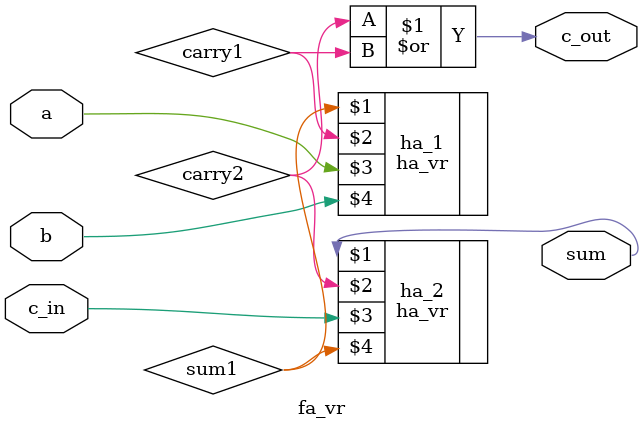
<source format=v>
module fa_vr(output wire sum, output wire c_out, input wire a, input wire b, input wire c_in);

wire sum1, carry1, carry2;

ha_vr ha_1(sum1, carry1, a ,b);
ha_vr ha_2(sum, carry2, c_in, sum1);
or and1(c_out, carry2, carry1);

endmodule


</source>
